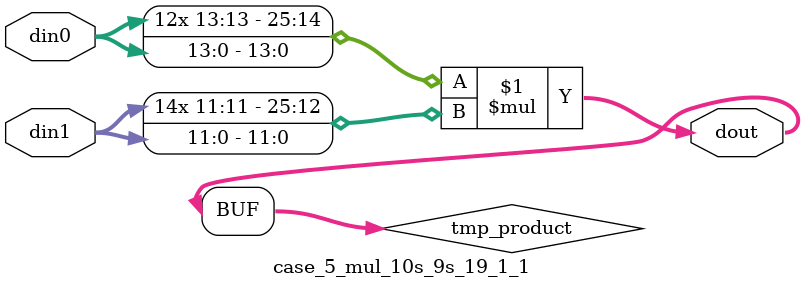
<source format=v>

`timescale 1 ns / 1 ps

 (* use_dsp = "no" *)  module case_5_mul_10s_9s_19_1_1(din0, din1, dout);
parameter ID = 1;
parameter NUM_STAGE = 0;
parameter din0_WIDTH = 14;
parameter din1_WIDTH = 12;
parameter dout_WIDTH = 26;

input [din0_WIDTH - 1 : 0] din0; 
input [din1_WIDTH - 1 : 0] din1; 
output [dout_WIDTH - 1 : 0] dout;

wire signed [dout_WIDTH - 1 : 0] tmp_product;



























assign tmp_product = $signed(din0) * $signed(din1);








assign dout = tmp_product;





















endmodule

</source>
